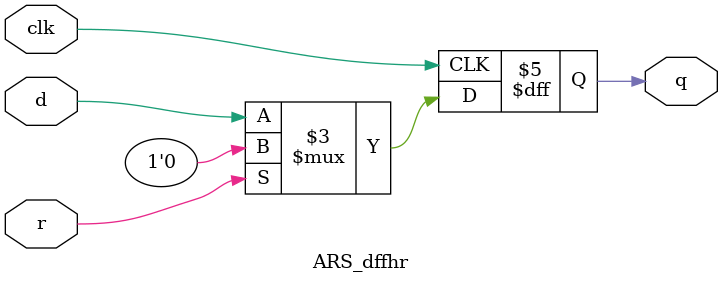
<source format=v>
`timescale 1ns / 1ps
module ARS_dffhr (
    d,
    r,
    clk,
    q
);
  parameter WIDTH = 1;
  input r;
  input clk;
  input [WIDTH-1:0] d;
  output [WIDTH-1:0] q;
  reg [WIDTH-1:0] q;

  always @(posedge clk)
    if (r) q <= {WIDTH{1'b0}};
    else q <= d;

endmodule  // dffhr


</source>
